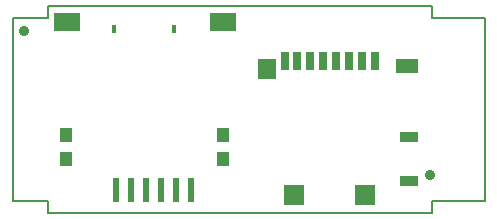
<source format=gbr>
%FSLAX25Y25*%
%MOIN*%
G04 EasyPC Gerber Version 18.0.8 Build 3632 *
%ADD145R,0.01726X0.02750*%
%ADD142R,0.02159X0.08065*%
%ADD140R,0.02553X0.05899*%
%ADD137R,0.02946X0.05899*%
%ADD143R,0.04324X0.04718*%
%ADD138R,0.06175X0.06687*%
%ADD10C,0.00500*%
%ADD136R,0.06293X0.03537*%
%ADD93C,0.03537*%
%ADD139R,0.07671X0.04915*%
%ADD144R,0.09049X0.06293*%
%ADD141R,0.07080X0.06883*%
X0Y0D02*
D02*
D10*
X166667Y14305D02*
X38814D01*
Y18242*
X27003*
Y79462*
X38814*
Y83399*
X166667*
Y79462*
X184423*
Y18242*
X166667*
Y14305*
D02*
D93*
X30683Y74874D03*
X165984Y26960D03*
D02*
D136*
X159140Y24996D03*
Y39540D03*
D02*
D137*
X121856Y64815D03*
X126187D03*
X130518D03*
X134848D03*
X139179D03*
X143510D03*
X147841D03*
D02*
D138*
X111935Y62404D03*
D02*
D139*
X158510Y63319D03*
D02*
D140*
X117722Y64815D03*
D02*
D141*
X120872Y20150D03*
X144376D03*
D02*
D142*
X61506Y22020D03*
X66506D03*
X71506D03*
X76506D03*
X81506D03*
X86506D03*
D02*
D143*
X44774Y32375D03*
Y40249D03*
X96978Y32375D03*
X97057Y40249D03*
D02*
D144*
X44970Y77926D03*
X97057Y77965D03*
D02*
D145*
X60939Y75603D03*
X80939D03*
X0Y0D02*
M02*

</source>
